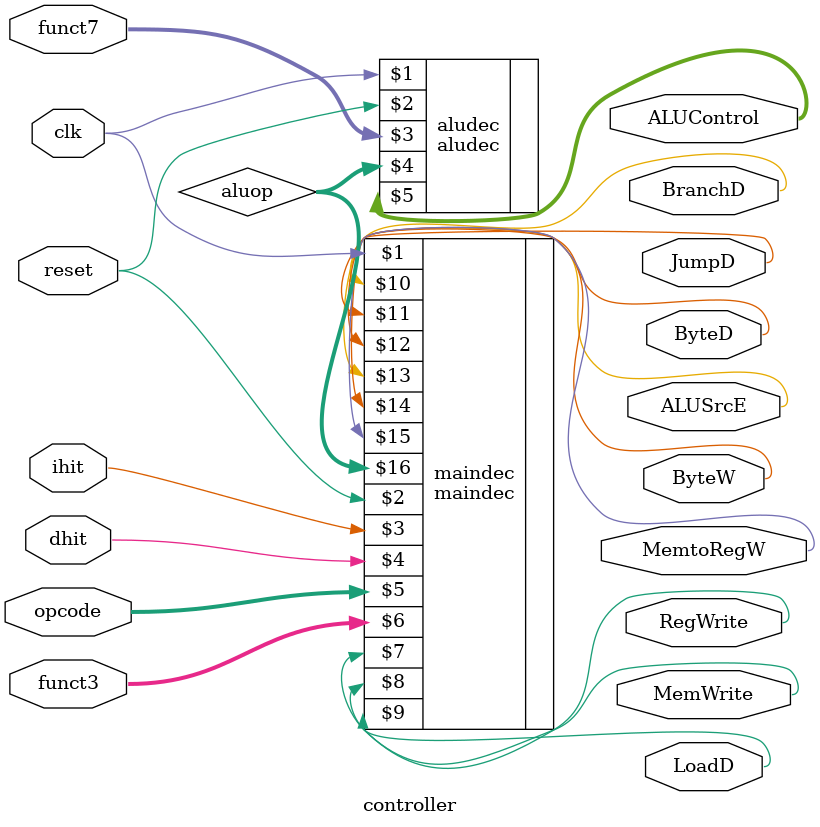
<source format=v>
`include "maindec.v"
`include "aludec.v"

module controller(input clk, reset, ihit, dhit,
                  input [6:0] opcode,
                  input [2:0] funct3,
                  input [6:0] funct7,
                  output RegWrite, MemWrite, LoadD, BranchD, JumpD, ByteD, ALUSrcE, ByteW, MemtoRegW,
                  output [2:0] ALUControl);

wire [1:0] aluop;

maindec maindec(clk, reset, ihit, dhit, opcode, funct3, RegWrite, MemWrite, LoadD, BranchD, JumpD, ByteD, ALUSrcE, ByteW, MemtoRegW, aluop);

aludec aludec(clk, reset, funct7, aluop, ALUControl);

always @(negedge clk)
begin
    $display("At %d:", $time);
    $display("CONTROLLER: funct3=%b, funct7=%b, opcode=%b, RegWrite=%b, MemWrite=%b, LoadD=%b, ByteD=%b, ALUSrcE=%b, ByteW=%b, MemtoRegW=%b, aluop=%b, ALUControl=%b"
             , funct3, funct7, opcode, RegWrite, MemWrite, LoadD, ByteD, ALUSrcE, ByteW, MemtoRegW, aluop, ALUControl);
    $display("------------------------------------------------------------------------------------------------------------------");

end

endmodule

</source>
